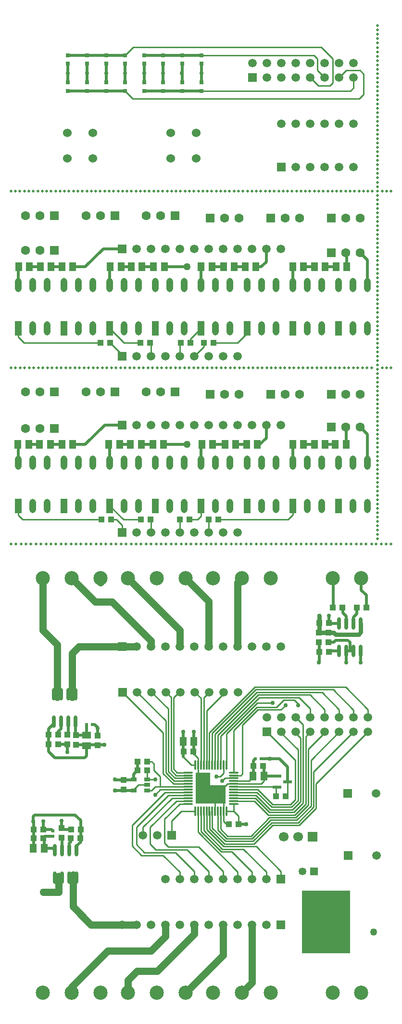
<source format=gtl>
%FSDAX24Y24*%
%MOIN*%
%SFA1B1*%

%IPPOS*%
%ADD10R,0.043300X0.039400*%
%ADD11R,0.051200X0.059100*%
%ADD12R,0.031500X0.031500*%
%ADD13R,0.023600X0.019700*%
%ADD14R,0.039400X0.043300*%
%ADD15R,0.059100X0.051200*%
%ADD16O,0.023600X0.086600*%
%ADD17R,0.019700X0.023600*%
%ADD18O,0.011800X0.070900*%
%ADD19O,0.070900X0.011800*%
%ADD20R,0.043300X0.025600*%
%ADD21R,0.059100X0.023600*%
%ADD22C,0.010000*%
%ADD23C,0.020000*%
%ADD24C,0.050000*%
%ADD25C,0.030000*%
%ADD26R,0.335000X0.435000*%
%ADD27R,0.210000X0.125000*%
%ADD28R,0.100000X0.105000*%
%ADD29C,0.019700*%
%ADD30O,0.047200X0.098400*%
%ADD31R,0.047200X0.098400*%
%ADD32C,0.063000*%
%ADD33R,0.063000X0.063000*%
%ADD34C,0.059100*%
%ADD35R,0.059100X0.059100*%
%ADD36C,0.060000*%
%ADD37C,0.098400*%
%ADD38C,0.053100*%
%ADD39R,0.053100X0.053100*%
%ADD40C,0.059100*%
%ADD41R,0.059100X0.059100*%
%ADD42C,0.066900*%
%ADD43R,0.066900X0.066900*%
%ADD44C,0.030000*%
%ADD45C,0.050000*%
%LNde-140824-1*%
%LPD*%
G54D10*
X024235Y057400D03*
X023565D03*
X021965D03*
X022635D03*
X019165D03*
X019835D03*
X016415D03*
X017085D03*
X019215Y045150D03*
X019885D03*
X024585D03*
X023915D03*
X012815Y029600D03*
X013485D03*
X012815Y030250D03*
X013485D03*
X025985Y024050D03*
X025315D03*
X022165Y029100D03*
X022835D03*
X027015Y028100D03*
X027685D03*
X031565Y038000D03*
X032235D03*
X012435Y023100D03*
X011765D03*
X012435Y023700D03*
X011765D03*
X014331Y023100D03*
X015000D03*
X014365Y023700D03*
X015035D03*
X034835Y039050D03*
X034165D03*
X032515D03*
X033185D03*
X031565Y036000D03*
X032235D03*
X019635Y028400D03*
X018965D03*
X019635Y027800D03*
X018965D03*
X028565Y026000D03*
X029235D03*
X016465Y045150D03*
X017135D03*
X021915D03*
X022585D03*
G54D11*
X012176Y050350D03*
X012924D03*
X016976D03*
X017724D03*
X032676D03*
X033424D03*
X031226D03*
X031974D03*
X029726D03*
X030474D03*
X022126Y029800D03*
X022874D03*
X026976Y027400D03*
X027724D03*
X012500Y022400D03*
X011752D03*
X011474Y062650D03*
X010726D03*
X012974D03*
X012226D03*
X014474D03*
X013726D03*
X010676Y050350D03*
X011424D03*
X013726D03*
X014474D03*
X017824Y062650D03*
X017076D03*
X019274D03*
X018526D03*
X020824D03*
X020076D03*
X024124D03*
X023376D03*
X025674D03*
X024926D03*
X027174D03*
X026426D03*
X019224Y050350D03*
X018476D03*
X020774D03*
X020026D03*
X030474Y062650D03*
X029726D03*
X031974D03*
X031226D03*
X033474D03*
X032726D03*
X026526Y050350D03*
X027274D03*
X025774D03*
X025026D03*
X023426D03*
X024174D03*
G54D12*
X019430Y074833D03*
Y075424D03*
X014150Y074833D03*
Y075424D03*
Y077300D03*
Y076709D03*
X020750Y074833D03*
Y075424D03*
X015470Y074833D03*
Y075424D03*
X020750Y077300D03*
Y076709D03*
X015470Y077300D03*
Y076709D03*
X022070Y074833D03*
Y075424D03*
X016790Y074833D03*
Y075424D03*
Y077300D03*
Y076709D03*
X023390Y074833D03*
Y075424D03*
X018110Y074833D03*
Y075424D03*
X023390Y077300D03*
Y076709D03*
X018110Y077300D03*
Y076709D03*
X019430Y077300D03*
Y076709D03*
X022070Y077300D03*
Y076709D03*
G54D13*
X015453Y030950D03*
X015847D03*
X027153Y028600D03*
X027547D03*
G54D14*
X016200Y029515D03*
Y030185D03*
X014700Y029565D03*
Y030235D03*
X014100Y030250D03*
Y029581D03*
X018000Y027135D03*
Y026465D03*
X032200Y037335D03*
Y036665D03*
X031546D03*
Y037335D03*
X013700Y023800D03*
Y023131D03*
G54D15*
X015450Y029476D03*
Y030224D03*
G54D16*
X014669Y033045D03*
X014169D03*
X013669D03*
X013169D03*
X014669Y031155D03*
X014169D03*
X013669D03*
X013169D03*
X032950Y036055D03*
X033450D03*
X033950D03*
X034450D03*
X032950Y037945D03*
X033450D03*
X033950D03*
X034450D03*
X014750Y022245D03*
X014250D03*
X013750D03*
X013250D03*
X014750Y020355D03*
X014250D03*
X013750D03*
X013250D03*
G54D17*
X013100Y023597D03*
Y023203D03*
G54D18*
X025133Y024956D03*
X024936D03*
X024739D03*
X024542D03*
X024345D03*
X024148D03*
X023952D03*
X023755D03*
X023558D03*
X023361D03*
X023164D03*
X022967D03*
Y028144D03*
X023164D03*
X023361D03*
X023558D03*
X023755D03*
X023952D03*
X024148D03*
X024345D03*
X024542D03*
X024739D03*
X024936D03*
X025133D03*
G54D19*
X022456Y025467D03*
Y025664D03*
Y025861D03*
Y026058D03*
Y026255D03*
Y026452D03*
Y026648D03*
Y026845D03*
Y027042D03*
Y027239D03*
Y027436D03*
Y027633D03*
X025644D03*
Y027436D03*
Y027239D03*
Y027042D03*
Y026845D03*
Y026648D03*
Y026452D03*
Y026255D03*
Y026058D03*
Y025861D03*
Y025664D03*
Y025467D03*
G54D20*
X019645Y026400D03*
Y026774D03*
Y027148D03*
X018700D03*
Y026400D03*
G54D21*
X028626Y027374D03*
Y026626D03*
X029374Y027000D03*
G54D22*
X017135Y045150D02*
X017500D01*
X017900Y044250D02*
Y044750D01*
X017043Y046100D02*
X017993Y045150D01*
X019215*
X019900Y044250D02*
Y045135D01*
X019885Y045150D02*
X019900Y045135D01*
X021900Y044250D02*
Y045135D01*
X021915Y045150*
X022585D02*
X023150D01*
X023386Y045386*
Y046100*
X023900Y044250D02*
Y045135D01*
X023915Y045150*
X024585D02*
X029400D01*
X029729Y045479*
Y046100*
X017500Y045150D02*
X017900Y044750D01*
X010700Y045450D02*
Y046100D01*
Y045450D02*
X011000Y045150D01*
X016465*
X011100Y057400D02*
X016415D01*
X010700Y057800D02*
X011100Y057400D01*
X010700Y057800D02*
Y058400D01*
X017085Y057400D02*
X017817Y056667D01*
X017043Y058400D02*
X018043Y057400D01*
X019165*
X019900Y056450D02*
Y057335D01*
X019835Y057400D02*
X019900Y057335D01*
X021900D02*
X021965Y057400D01*
X021900Y056450D02*
Y057335D01*
X023565Y057115D02*
Y057400D01*
X022900Y056450D02*
X023565Y057115D01*
X022635Y057400D02*
Y057649D01*
X023386Y058400*
X024235Y057400D02*
X025900D01*
X026557Y058057*
Y058400*
X031450Y076250D02*
X031950Y075750D01*
X030950D02*
X031500Y075200D01*
X032300*
X032500Y075400*
X031450Y076250D02*
Y077050D01*
X032500Y075400D02*
Y077050D01*
X018110Y077300D02*
X018660Y077850D01*
X031700*
X032500Y077050*
X023390Y077300D02*
X031200D01*
X031450Y077050*
X032950Y075750D02*
X033450Y076250D01*
X034400*
X034650Y076000*
X033950Y075050D02*
Y075750D01*
X023390Y074833D02*
X033733D01*
X033950Y075050*
X018110Y074833D02*
X018643Y074300D01*
X034350*
X034650Y074600*
Y076000*
X024936Y024264D02*
Y024956D01*
Y024264D02*
X025150Y024050D01*
X025315*
X025133Y024956D02*
X025644D01*
Y025467*
Y024956D02*
X025985Y024615D01*
X022706Y028144D02*
X022967D01*
X022126Y028724D02*
X022706Y028144D01*
X023164D02*
Y028636D01*
X022874Y028926D02*
X023164Y028636D01*
X019635Y027158D02*
Y027800D01*
Y027158D02*
X019645Y027148D01*
X018687Y027135D02*
X018700Y027148D01*
X019024Y026774D02*
X019645D01*
X018700Y026450D02*
X019024Y026774D01*
X018700Y026400D02*
Y026450D01*
X029374Y026139D02*
Y027000D01*
X029235Y026000D02*
X029374Y026139D01*
X028565Y026000D02*
Y026610D01*
X028604Y026648*
X027724Y027400D02*
X027750Y027374D01*
X027685Y028100D02*
X027724Y028061D01*
X026976Y027400D02*
X027015Y027439D01*
X025644Y027042D02*
X026692D01*
X026876Y027226*
X014100Y030250D02*
X014169Y030319D01*
X014669Y030265D02*
X014700Y030235D01*
X014081Y029600D02*
X014100Y029581D01*
X013169Y031019D02*
Y031155D01*
X031546Y036665D02*
X031565Y036646D01*
X021455Y026845D02*
X022456D01*
X021512Y027042D02*
X022456D01*
X021570Y027239D02*
X022456D01*
X020750Y027550D02*
X021455Y026845D01*
X019645Y027148D02*
X019647Y027150D01*
X019635Y028400D02*
X019950D01*
X020100Y028250*
Y027800D02*
Y028250D01*
Y027800D02*
X020550Y027350D01*
Y026648D02*
X022456D01*
X020550Y026650D02*
Y027350D01*
X019645Y026400D02*
X019950D01*
X020200Y026650*
X020550*
X019647Y027150D02*
X020200D01*
Y026100D02*
X020552Y026452D01*
X022456*
X020930Y027625D02*
X021512Y027042D01*
X021110Y027699D02*
X021570Y027239D01*
X021628Y027436D02*
X022456D01*
X021290Y027774D02*
X021628Y027436D01*
X021470Y027880D02*
X021717Y027633D01*
X022456*
X021110Y027699D02*
Y032040D01*
X022950Y033200D02*
X023361Y032789D01*
Y028144D02*
Y032789D01*
X023558Y028144D02*
Y032808D01*
X023950Y033200*
X023755Y028144D02*
Y031905D01*
X024950Y033100*
Y033200*
X018950D02*
X020930Y031220D01*
X019950Y033200D02*
X021110Y032040D01*
X017950Y033200D02*
X020750Y030400D01*
X026136Y027436D02*
X026250Y027550D01*
X023952Y030397D02*
X027105Y033550D01*
X024148Y030339D02*
X027179Y033370D01*
X024345Y030282D02*
X027254Y033190D01*
X024542Y030224D02*
X027328Y033010D01*
X024739Y030166D02*
X027403Y032830D01*
X029850Y032650D02*
X030100Y032400D01*
Y032300D02*
Y032400D01*
X028600Y032150D02*
X029100Y032650D01*
X029850*
X025644Y025861D02*
X027125D01*
X030450Y025536D02*
Y030950D01*
X029950Y031450D02*
X030450Y030950D01*
X025644Y025664D02*
X027068D01*
X025644Y026648D02*
X028604D01*
X025644Y026452D02*
X027298D01*
X025644Y026255D02*
X027241D01*
X025644Y026058D02*
X027183D01*
X027068Y025664D02*
X028032Y024700D01*
X029868*
X030630Y025462*
X030810Y025387D02*
Y029255D01*
X031950Y030395D02*
Y030450D01*
X030810Y029255D02*
X031950Y030395D01*
X029943Y024520D02*
X030810Y025387D01*
X024542Y023653D02*
Y024956D01*
X024739Y023711D02*
Y024956D01*
X028190Y024340D02*
X030017D01*
X030990Y025313*
X028265Y024160D02*
X030092D01*
X031170Y025238*
Y027670D02*
X033950Y030450D01*
X031350Y026850D02*
X034950Y030450D01*
X023952Y024956D02*
X023959Y024948D01*
X024542Y023653D02*
X025145Y023050D01*
X026900*
X028190Y024340*
X026975Y022870D02*
X028265Y024160D01*
X025071Y022870D02*
X026975D01*
X024148Y023792D02*
Y024956D01*
Y023792D02*
X025071Y022870D01*
X023959Y023727D02*
Y024948D01*
Y023727D02*
X024996Y022690D01*
X027049*
X028339Y023980*
X030166*
X031350Y025164*
X027125Y025861D02*
X028106Y024880D01*
X029794*
X030450Y025536*
X027183Y026058D02*
X028181Y025060D01*
X029719*
X030270Y025611*
X027241Y026255D02*
X028255Y025240D01*
X029645*
X030090Y025685*
X027298Y026452D02*
X028330Y025420D01*
X029570*
X029910Y025760*
X020850Y022750D02*
X021100Y022500D01*
X019850Y022700D02*
X020250Y022300D01*
X018900Y022650D02*
X019450Y022100D01*
X020850Y022750D02*
Y024405D01*
X021913Y025467*
X022456*
X019850Y022700D02*
Y023850D01*
X021664Y025664*
X022456*
X019350Y023300D02*
Y023850D01*
X021361Y025861*
X022456*
X021350Y023300D02*
Y024300D01*
X022006Y024956*
X022967*
X021100Y022500D02*
X023200D01*
X024900Y020800*
Y020250D02*
Y020800D01*
X020750Y021900D02*
X021900Y020750D01*
Y020250D02*
Y020750D01*
X019450Y022100D02*
X021600D01*
X022900Y020800*
Y020250D02*
Y020800D01*
X020250Y022300D02*
X022400D01*
X023900Y020800*
Y020250D02*
Y020800D01*
X026900Y020250D02*
Y020750D01*
X027900Y020250D02*
Y020750D01*
X028900Y020250D02*
Y020800D01*
X027190Y022510D02*
X028900Y020800D01*
X026320Y022330D02*
X027900Y020750D01*
X025500Y022150D02*
X026900Y020750D01*
X024739Y023711D02*
X025220Y023230D01*
X026825*
X028115Y024520*
X029943*
X024922Y022510D02*
X027190D01*
X023755Y023677D02*
Y024956D01*
Y023677D02*
X024922Y022510D01*
X024847Y022330D02*
X026320D01*
X023558Y023619D02*
Y024956D01*
Y023619D02*
X024847Y022330D01*
X024773Y022150D02*
X025500D01*
X023361Y023562D02*
Y024956D01*
Y023562D02*
X024773Y022150D01*
X023164Y023504D02*
Y024956D01*
Y023504D02*
X025900Y020768D01*
Y020250D02*
Y020768D01*
X031170Y025238D02*
Y027670D01*
X030630Y025462D02*
Y030130D01*
X030950Y030450*
X029950Y030350D02*
Y030450D01*
Y030350D02*
X030270Y030030D01*
Y025611D02*
Y030030D01*
X028950Y030350D02*
Y030450D01*
Y030350D02*
X030090Y029210D01*
Y025685D02*
Y029210D01*
X027950Y030450D02*
X029910Y028490D01*
Y025760D02*
Y028490D01*
X030990Y025313D02*
Y028490D01*
X032950Y030450*
X031350Y025164D02*
Y026850D01*
X027403Y032830D02*
X030170D01*
X030950Y032050*
Y031450D02*
Y032050D01*
X027328Y033010D02*
X030940D01*
X031950Y032000*
Y031450D02*
Y032000D01*
X027254Y033190D02*
X031760D01*
X032950Y032000*
Y031450D02*
Y032000D01*
X027179Y033370D02*
X032530D01*
X033950Y031950*
Y031450D02*
Y031950D01*
X027105Y033550D02*
X033400D01*
X034950Y032000*
Y031450D02*
Y032000D01*
X024739Y028144D02*
Y030166D01*
X024542Y028144D02*
Y030224D01*
X024345Y028144D02*
Y030282D01*
X024148Y028144D02*
Y030339D01*
X023952Y028144D02*
Y030397D01*
X025133Y028144D02*
Y030305D01*
X027277Y032450*
X028350*
X025644Y027633D02*
Y030563D01*
X027232Y032150*
X028600*
X026250Y027550D02*
Y030914D01*
X027306Y031970*
X028895*
X029225Y032300*
X021290Y027774D02*
Y032860D01*
X020950Y033200D02*
X021290Y032860D01*
X021470Y027880D02*
Y032820D01*
X021850Y033200*
X021950*
X020750Y027550D02*
Y030400D01*
X020930Y027625D02*
Y031220D01*
X018900Y022650D02*
Y023850D01*
X021108Y026058*
X022456*
X020855Y026255D02*
X022456D01*
X018600Y024000D02*
X020855Y026255D01*
X018600Y022550D02*
Y024000D01*
Y022550D02*
X019250Y021900D01*
X020750*
X025644Y027436D02*
X026136D01*
X025039Y027239D02*
X025644D01*
X024850Y027050D02*
X025039Y027239D01*
X024936Y027586D02*
Y028144D01*
X024700Y027350D02*
X024936Y027586D01*
X024450Y027350D02*
X024700D01*
X026876Y027226D02*
Y027400D01*
X025644Y026845D02*
X027545D01*
X027750Y027050*
Y027374*
X025195Y026845D02*
X025644D01*
X024936Y024956D02*
Y026586D01*
X025195Y026845*
X024345Y024956D02*
Y025695D01*
X023164Y026586D02*
Y028144D01*
Y026586D02*
X023200Y026550D01*
X015439Y030235D02*
X015450Y030245D01*
X025985Y024050D02*
Y024615D01*
G54D23*
X010700Y049100D02*
Y050326D01*
X010676Y050350D02*
X010700Y050326D01*
X011424Y050350D02*
X012176D01*
X012924D02*
X013726D01*
X017043Y049100D02*
Y050283D01*
X016976Y050350D02*
X017043Y050283D01*
X017724Y050350D02*
X018476D01*
X019224D02*
X020026D01*
X026557Y049100D02*
Y049257D01*
X029729Y049100D02*
Y050347D01*
X029726Y050350D02*
X029729Y050347D01*
X030474Y050350D02*
X031226D01*
X031974D02*
X032676D01*
X033424D02*
Y051526D01*
X033400Y051550D02*
X033424Y051526D01*
X010700Y062624D02*
X010726Y062650D01*
X010700Y061400D02*
Y062624D01*
X017043Y061400D02*
Y062617D01*
X017076Y062650*
X017824D02*
X018526D01*
X019274D02*
X020076D01*
X023386Y061400D02*
Y062640D01*
X023376Y062650D02*
X023386Y062640D01*
X024124Y062650D02*
X024926D01*
X025674D02*
X026426D01*
X027174D02*
X027550D01*
X027900Y063000*
Y063900*
X029729Y061400D02*
Y062647D01*
X029726Y062650D02*
X029729Y062647D01*
X030474Y062650D02*
X031226D01*
X031974D02*
X032726D01*
X033474D02*
Y063557D01*
X033400Y063631D02*
X033474Y063557D01*
X034400Y063631D02*
X034900Y063131D01*
Y061400D02*
Y063131D01*
X011474Y062650D02*
X012226D01*
X012974D02*
X013726D01*
X014474D02*
X015350D01*
X016600Y063900*
X017900*
X020824Y062650D02*
X022400D01*
X014150Y074833D02*
X015470D01*
X016790*
X018110*
X019430D02*
X020750D01*
X022070*
X023390*
X022070Y077300D02*
X023390D01*
X020750D02*
X022070D01*
X019430D02*
X020750D01*
X016790D02*
X018110D01*
X015470D02*
X016790D01*
X014150D02*
X015470D01*
X014150Y075424D02*
Y076067D01*
Y076709*
X015470Y075424D02*
Y076067D01*
Y076709*
X016790Y075424D02*
Y076050D01*
Y076709*
X018110Y075424D02*
Y076067D01*
Y076709*
X019430Y075424D02*
Y076067D01*
Y076709*
X020750Y075424D02*
Y076067D01*
Y076709*
X023390Y075424D02*
Y076050D01*
Y076709*
X022070Y075424D02*
Y076709D01*
X034400Y051550D02*
X034900Y051050D01*
Y049100D02*
Y051050D01*
X023386Y049100D02*
Y050310D01*
X023426Y050350*
X024174D02*
X025026D01*
X025774D02*
X026526D01*
X027274D02*
X027450D01*
X027900Y050800*
Y051700*
X020774Y050350D02*
X022400D01*
X014474D02*
X015350D01*
X016700Y051700*
X017900*
X018700Y027148D02*
Y027535D01*
X018965Y027800*
Y028400*
X027724Y027400D02*
Y028061D01*
X027015Y028462D02*
X027153Y028600D01*
X027015Y028100D02*
Y028462D01*
Y027439D02*
Y028100D01*
X027750Y027374D02*
X028626D01*
X013669Y030669D02*
Y031155D01*
X013485Y030485D02*
X013669Y030669D01*
X013485Y030250D02*
Y030485D01*
X014169Y030319D02*
Y031155D01*
X014669Y030265D02*
Y031155D01*
X014700Y030235D02*
X015439D01*
X013485Y029600D02*
X014081D01*
X012815D02*
Y030250D01*
Y030665D02*
X013169Y031019D01*
X012815Y030250D02*
Y030665D01*
X012500Y022400D02*
X013095D01*
X013250Y022245*
X012500Y022400D02*
Y023035D01*
X012435Y023100D02*
X012500Y023035D01*
X012435Y023100D02*
X012538Y023203D01*
X013100*
X013750Y022245D02*
Y023081D01*
X013700Y023131D02*
X013750Y023081D01*
X014250Y022245D02*
Y022750D01*
X014331Y022831*
Y023100*
X013800Y023700D02*
X014365D01*
X013700Y023800D02*
X013800Y023700D01*
X012435D02*
X012997D01*
X013100Y023597*
X014750Y022550D02*
X015035Y022835D01*
X014750Y022245D02*
Y022550D01*
X011752Y022400D02*
X011765Y022413D01*
Y023100*
Y023700*
X032516Y041100D02*
X032531Y041085D01*
X034484Y040266D02*
X034835Y039915D01*
X034484Y040266D02*
Y041100D01*
X033450Y037945D02*
Y038450D01*
X033200Y038700D02*
X033450Y038450D01*
X033200Y038700D02*
Y039000D01*
X033950Y037945D02*
Y038400D01*
X034165Y038615*
Y039000*
X032290Y037945D02*
X032950D01*
X032235Y038000D02*
X032290Y037945D01*
X032200Y036665D02*
X032565D01*
X032700Y036800*
X033550*
X033700Y036650*
Y036055D02*
Y036650D01*
X033450Y036055D02*
X033700D01*
X033950*
X032290D02*
X032950D01*
X032235Y036000D02*
X032290Y036055D01*
X031565Y036000D02*
Y036646D01*
Y035265D02*
Y036000D01*
X031550Y035250D02*
X031565Y035265D01*
X033450Y035250D02*
Y036055D01*
X034450Y035250D02*
Y036055D01*
X032531Y039000D02*
Y041085D01*
X034835Y039000D02*
Y039050D01*
Y039915*
X014100Y029050D02*
Y029581D01*
X022126Y029800D02*
Y030426D01*
X022874Y029800D02*
Y030450D01*
X017400Y027150D02*
X017415Y027135D01*
X018000*
X018687*
X015450Y030245D02*
Y030953D01*
X016200Y030185D02*
Y030700D01*
Y030750*
X016000Y030950D02*
X016200Y030750D01*
X015847Y030950D02*
X016000D01*
X012815Y029085D02*
Y029600D01*
Y029085D02*
X013250Y028650D01*
X015300*
X015450Y028800*
Y029476*
X012435Y023700D02*
Y024235D01*
X012450Y024250*
X011765Y023700D02*
Y024235D01*
X011750Y024250D02*
X011765Y024235D01*
X015035Y023700D02*
Y024315D01*
X011750Y024250D02*
Y024600D01*
X013700Y023800D02*
Y024300D01*
X011750Y024600D02*
X011850Y024700D01*
X014650*
X015035Y024315*
X025985Y024050D02*
X026500D01*
X027547Y028600D02*
X028150D01*
X028800*
X029374Y028026*
Y027000D02*
Y028026D01*
X032235Y038000D02*
Y038485D01*
X022126Y028724D02*
Y029800D01*
X015035Y022835D02*
Y023700D01*
X017400Y026400D02*
X018700D01*
X014700Y029565D02*
X016685D01*
X022874Y028926D02*
Y029800D01*
G54D24*
X019900Y036350D02*
Y036750D01*
X021900Y036350D02*
Y037500D01*
X022300Y041100D02*
X023900Y039500D01*
Y036350D02*
Y039500D01*
X025900Y040800D02*
X026200Y041100D01*
X025900Y036350D02*
Y040800D01*
X018300Y041100D02*
X021900Y037500D01*
X016400Y040800D02*
Y041100D01*
X026200Y012400D02*
X026900Y013100D01*
Y017100*
X022300Y012400D02*
X024900Y015000D01*
Y017100*
X014400Y041100D02*
X016050Y039450D01*
X017200*
X019900Y036750*
X014400Y012400D02*
Y012800D01*
X016900Y015300*
X019900*
X020900Y016300*
Y017100*
X022900Y016450D02*
Y017100D01*
X020350Y013900D02*
X022900Y016450D01*
X018950Y013900D02*
X020350D01*
X018300Y013250D02*
X018950Y013900D01*
X018300Y012400D02*
Y013250D01*
X014500Y018350D02*
X015750Y017100D01*
X017900*
X018900*
X014450Y035900D02*
X014900Y036350D01*
X017900*
X018900*
X012400Y037500D02*
Y041100D01*
Y037500D02*
X013400Y036500D01*
Y032850D02*
Y036500D01*
X014450Y032850D02*
Y035900D01*
X014500Y018350D02*
Y020550D01*
X013000Y019350D02*
X013500D01*
X012450D02*
X013000D01*
X013500D02*
Y020450D01*
G54D25*
X031565Y037354D02*
Y038000D01*
X031546Y037335D02*
X031565Y037354D01*
X034450Y037350D02*
Y037945D01*
X034300Y037200D02*
X034450Y037350D01*
X032700Y037200D02*
X034300D01*
X032565Y037335D02*
X032700Y037200D01*
X031565Y038000D02*
Y038485D01*
X031546Y037335D02*
X032565D01*
G54D26*
X032025Y017275D03*
G54D27*
X024050Y026125D03*
G54D28*
X023500Y027075D03*
G54D29*
X035591Y068803D03*
Y069406D03*
Y069104D03*
X035600Y069707D03*
Y070309D03*
Y070008D03*
Y070610D03*
Y071212D03*
Y070911D03*
X035591Y071513D03*
Y072115D03*
Y071814D03*
X035600Y072416D03*
Y073018D03*
Y072717D03*
X035591Y073320D03*
Y073922D03*
Y073621D03*
X035600Y074223D03*
Y074825D03*
Y074524D03*
Y075126D03*
Y075728D03*
Y075427D03*
Y076029D03*
Y076631D03*
Y076330D03*
Y076932D03*
Y077535D03*
Y077234D03*
Y077836D03*
Y078438D03*
Y078137D03*
X035510Y043465D03*
X035856D03*
X036203D03*
X036550D03*
X034816D03*
X034470D03*
X034123D03*
X023722D03*
X024762D03*
X024415D03*
X024068D03*
X025108D03*
X032389D03*
X032736D03*
X033083D03*
X033776D03*
X033430D03*
X031003D03*
X030656D03*
X030309D03*
X032043D03*
X031696D03*
X031349D03*
X019908D03*
X020255D03*
X020601D03*
X019214D03*
X019561D03*
X010200D03*
X010547D03*
X010893D03*
X011934D03*
X011587D03*
X011240D03*
X012974D03*
X012627D03*
X012280D03*
X014707D03*
X015054D03*
X014361D03*
X014014D03*
X013667D03*
X013320D03*
X017481D03*
X017828D03*
X016441D03*
X016787D03*
X017134D03*
X016094D03*
X015747D03*
X015401D03*
X023028D03*
X023375D03*
X025802D03*
X025455D03*
X021641D03*
X021295D03*
X020948D03*
X022682D03*
X022335D03*
X021988D03*
X018868D03*
X018174D03*
X018521D03*
X029269D03*
X029616D03*
X029962D03*
X028229D03*
X028576D03*
X028922D03*
X027189D03*
X027535D03*
X027882D03*
X026842D03*
X026495D03*
X026149D03*
X034884Y055669D03*
X035200D03*
X036550D03*
X036240D03*
X035930D03*
X027289D03*
X027605D03*
X027922D03*
X028871D03*
X028554D03*
X028238D03*
X029820D03*
X029504D03*
X029187D03*
X032035D03*
X032352D03*
X032668D03*
X031086D03*
X031403D03*
X031719D03*
X030770D03*
X030453D03*
X030137D03*
X033934D03*
X034251D03*
X034567D03*
X033618D03*
X033301D03*
X032985D03*
X018744D03*
X019061D03*
X019377D03*
X020327D03*
X020010D03*
X019694D03*
X021276D03*
X020959D03*
X020643D03*
X023491D03*
X023808D03*
X024124D03*
X022542D03*
X022858D03*
X023175D03*
X022225D03*
X021909D03*
X021592D03*
X026339D03*
X026656D03*
X026972D03*
X025390D03*
X025706D03*
X026023D03*
X025073D03*
X024757D03*
X024441D03*
X015896D03*
X016213D03*
X016529D03*
X017478D03*
X017162D03*
X016846D03*
X018428D03*
X018111D03*
X017795D03*
X013048D03*
X013365D03*
X013681D03*
X014630D03*
X014314D03*
X013997D03*
X015580D03*
X015263D03*
X014947D03*
X012099D03*
X012415D03*
X012732D03*
X011149D03*
X011466D03*
X011782D03*
X010833D03*
X010516D03*
X010200D03*
X035250Y067874D03*
X036550D03*
X036250D03*
X035950D03*
X026900D03*
X027209D03*
X027518D03*
X028446D03*
X028137D03*
X027828D03*
X029374D03*
X029065D03*
X028756D03*
X031539D03*
X031848D03*
X032157D03*
X030611D03*
X030920D03*
X031230D03*
X030302D03*
X029993D03*
X029683D03*
X034322D03*
X034631D03*
X034941D03*
X033394D03*
X033704D03*
X034013D03*
X033085D03*
X032776D03*
X032467D03*
X018550D03*
X018859D03*
X019169D03*
X020096D03*
X019787D03*
X019478D03*
X021024D03*
X020715D03*
X020406D03*
X023189D03*
X023498D03*
X023807D03*
X022261D03*
X022570D03*
X022880D03*
X021952D03*
X021643D03*
X021333D03*
X025972D03*
X026281D03*
X026591D03*
X025044D03*
X025354D03*
X025663D03*
X024735D03*
X024426D03*
X024117D03*
X015767D03*
X016076D03*
X016385D03*
X017313D03*
X017004D03*
X016694D03*
X018241D03*
X017931D03*
X017622D03*
X012983D03*
X013293D03*
X013602D03*
X014530D03*
X014220D03*
X013911D03*
X015457D03*
X015148D03*
X014839D03*
X012056D03*
X012365D03*
X012674D03*
X011128D03*
X011437D03*
X011746D03*
X010819D03*
X010509D03*
X010200D03*
X035591Y068201D03*
Y068502D03*
Y060072D03*
Y060373D03*
Y060674D03*
Y061578D03*
Y061276D03*
Y060975D03*
Y062481D03*
Y062180D03*
Y061879D03*
Y064588D03*
Y064889D03*
Y065190D03*
Y063685D03*
Y063986D03*
Y064287D03*
Y063384D03*
Y063083D03*
Y062782D03*
Y067298D03*
Y067599D03*
Y067900D03*
Y066395D03*
Y066696D03*
Y066997D03*
Y066094D03*
Y065793D03*
Y065492D03*
Y057362D03*
Y057664D03*
Y057965D03*
Y058868D03*
Y058567D03*
Y058266D03*
Y059771D03*
Y059470D03*
Y059169D03*
Y055255D03*
Y056158D03*
Y055857D03*
Y055556D03*
Y057061D03*
Y056760D03*
Y056459D03*
Y053750D03*
Y054051D03*
Y054352D03*
Y052846D03*
Y053147D03*
Y053449D03*
Y052545D03*
Y052244D03*
Y051943D03*
Y045319D03*
Y045621D03*
Y045922D03*
Y046825D03*
Y046524D03*
Y046223D03*
Y047728D03*
Y047427D03*
Y047126D03*
Y049836D03*
Y050137D03*
Y050438D03*
Y048932D03*
Y049233D03*
Y049535D03*
Y048631D03*
Y048330D03*
Y048029D03*
Y051642D03*
Y051341D03*
Y051040D03*
Y050739D03*
Y044416D03*
Y044717D03*
Y045018D03*
X035200Y043465D03*
X035591Y043814D03*
Y044115D03*
Y079040D03*
Y079341D03*
Y078739D03*
Y054653D03*
Y054954D03*
G54D30*
X012700Y049100D03*
X011700D03*
X010700D03*
X012700Y046100D03*
X011700D03*
X015871Y049100D03*
X014871D03*
X013871D03*
X015871Y046100D03*
X014871D03*
X019043Y049100D03*
X018043D03*
X017043D03*
X019043Y046100D03*
X018043D03*
X022214Y049100D03*
X021214D03*
X020214D03*
X022214Y046100D03*
X021214D03*
X025386Y049100D03*
X024386D03*
X023386D03*
X025386Y046100D03*
X024386D03*
X028557Y049100D03*
X027557D03*
X026557D03*
X028557Y046100D03*
X027557D03*
X031729Y049100D03*
X030729D03*
X029729D03*
X031729Y046100D03*
X030729D03*
X034900Y049100D03*
X033900D03*
X032900D03*
X034900Y046100D03*
X033900D03*
X011700Y058400D03*
X012700D03*
X010700Y061400D03*
X011700D03*
X012700D03*
X014871Y058400D03*
X015871D03*
X013871Y061400D03*
X014871D03*
X015871D03*
X018043Y058400D03*
X019043D03*
X017043Y061400D03*
X018043D03*
X019043D03*
X021214Y058400D03*
X022214D03*
X020214Y061400D03*
X021214D03*
X022214D03*
X024386Y058400D03*
X025386D03*
X023386Y061400D03*
X024386D03*
X025386D03*
X027557Y058400D03*
X028557D03*
X026557Y061400D03*
X027557D03*
X028557D03*
X030729Y058400D03*
X031729D03*
X029729Y061400D03*
X030729D03*
X031729D03*
X033900Y058400D03*
X034900D03*
X032900Y061400D03*
X033900D03*
X034900D03*
G54D31*
X010700Y046100D03*
X013871D03*
X017043D03*
X020214D03*
X023386D03*
X026557D03*
X029729D03*
X032900D03*
X010700Y058400D03*
X013871D03*
X017043D03*
X020214D03*
X023386D03*
X026557D03*
X029729D03*
X032900D03*
G54D32*
X011200Y051450D03*
X012200D03*
X011200Y054000D03*
X012200D03*
X015391D03*
X016391D03*
X019582D03*
X020582D03*
X026018Y053831D03*
X025018D03*
X030209D03*
X029209D03*
X034400D03*
X033400D03*
X034400Y051550D03*
X033400D03*
X012200Y063800D03*
X011200D03*
X012200Y066200D03*
X011200D03*
X016391D03*
X015391D03*
X020582D03*
X019582D03*
X025018Y066031D03*
X026018D03*
X029209D03*
X030209D03*
X033400D03*
X034400D03*
X033400Y063631D03*
X034400D03*
G54D33*
X013200Y051450D03*
Y054000D03*
X017391D03*
X021582D03*
X024018Y053831D03*
X028209D03*
X032400D03*
Y051550D03*
X013200Y063800D03*
Y066200D03*
X017391D03*
X021582D03*
X024018Y066031D03*
X028209D03*
X032400D03*
Y063631D03*
G54D34*
X018900Y044250D03*
X025900D03*
X024900D03*
X023900D03*
X022900D03*
X021900D03*
X020900D03*
X019900D03*
X018950Y033200D03*
X025950D03*
X024950D03*
X023950D03*
X022950D03*
X021950D03*
X020950D03*
X019950D03*
X027900Y020250D03*
X020900D03*
X021900D03*
X022900D03*
X023900D03*
X024900D03*
X025900D03*
X026900D03*
X035534Y021900D03*
X035519Y026200D03*
X020350Y023300D03*
X019350D03*
X017900Y017100D03*
X018900D03*
X019900D03*
X020900D03*
X021900D03*
X022900D03*
X023900D03*
X024900D03*
X025900D03*
X026900D03*
X027900D03*
X028900Y036350D03*
X027900D03*
X026900D03*
X025900D03*
X024900D03*
X023900D03*
X022900D03*
X021900D03*
X020900D03*
X019900D03*
X018900D03*
X034950Y031450D03*
Y030450D03*
X033950Y031450D03*
Y030450D03*
X032950Y031450D03*
Y030450D03*
X031950Y031450D03*
Y030450D03*
X030950Y031450D03*
Y030450D03*
X029950Y031450D03*
Y030450D03*
X028950Y031450D03*
Y030450D03*
X027950Y031450D03*
X018900Y056450D03*
X025900D03*
X024900D03*
X023900D03*
X022900D03*
X021900D03*
X020900D03*
X019900D03*
X028900Y063900D03*
X027900D03*
X026900D03*
X025900D03*
X024900D03*
X023900D03*
X022900D03*
X021900D03*
X020900D03*
X019900D03*
X018900D03*
X028900Y051700D03*
X027900D03*
X026900D03*
X025900D03*
X024900D03*
X023900D03*
X022900D03*
X021900D03*
X020900D03*
X019900D03*
X018900D03*
X033950Y076750D03*
Y075750D03*
X032950Y076750D03*
Y075750D03*
X031950Y076750D03*
Y075750D03*
X030950Y076750D03*
Y075750D03*
X029950Y076750D03*
Y075750D03*
X028950Y076750D03*
Y075750D03*
X027950Y076750D03*
Y075750D03*
X026950Y076750D03*
X033950Y072550D03*
X032950D03*
X031950D03*
X030950D03*
X029950D03*
X028950D03*
X033950Y069550D03*
G54D35*
X017900Y044250D03*
X017950Y033200D03*
X028900Y020250D03*
X033566Y021900D03*
X033550Y026200D03*
X021350Y023300D03*
X028900Y017100D03*
X017900Y036350D03*
X027950Y030450D03*
X017900Y056450D03*
Y063900D03*
Y051700D03*
X026950Y075750D03*
G54D36*
X023036Y070164D03*
X021264D03*
X023036Y071936D03*
X021264D03*
X015886Y070164D03*
X014114D03*
X015886Y071936D03*
X014114D03*
G54D37*
X016400Y041100D03*
X014400D03*
X012400D03*
X022300D03*
X020300D03*
X018300D03*
X028200D03*
X026200D03*
X024200D03*
X034484D03*
X032516D03*
X028200Y012400D03*
X026200D03*
X024200D03*
X022300D03*
X020300D03*
X018300D03*
X016400D03*
X014400D03*
X012400D03*
X032500D03*
X034469D03*
G54D38*
X030406Y020800D03*
G54D39*
X031194Y020800D03*
G54D40*
X032950Y069550D03*
X031950D03*
X030950D03*
X029950D03*
G54D41*
X028950Y069550D03*
G54D42*
X029100Y023200D03*
X030100D03*
G54D43*
X031100Y023200D03*
G54D44*
X014150Y076067D03*
X015470D03*
X016790Y076050D03*
X018110Y076067D03*
X019430D03*
X020750D03*
X022050Y076050D03*
X023390D03*
X020200Y027150D03*
Y026100D03*
X028350Y032450D03*
X029225Y032300D03*
X031550Y035250D03*
X034450D03*
X033450D03*
X030100Y032300D03*
X024450Y027350D03*
X024850Y027050D03*
X014100Y029050D03*
X022126Y030450D03*
X022874D03*
X017400Y027150D03*
Y026400D03*
X016200Y030700D03*
X016685Y029565D03*
X012450Y024250D03*
X011750D03*
X013700Y024300D03*
X026500Y024050D03*
X028150Y028600D03*
X032235Y038485D03*
X031565D03*
G54D45*
X031625Y017500D03*
Y016650D03*
X030900Y018350D03*
Y017500D03*
Y016650D03*
X013500Y019350D03*
X013000D03*
X012450D03*
X035350Y016600D03*
X032350Y018350D03*
Y017500D03*
Y016650D03*
X022400Y062650D03*
Y050350D03*
X023400Y025800D03*
X024000D03*
X031625Y018350D03*
M02*
</source>
